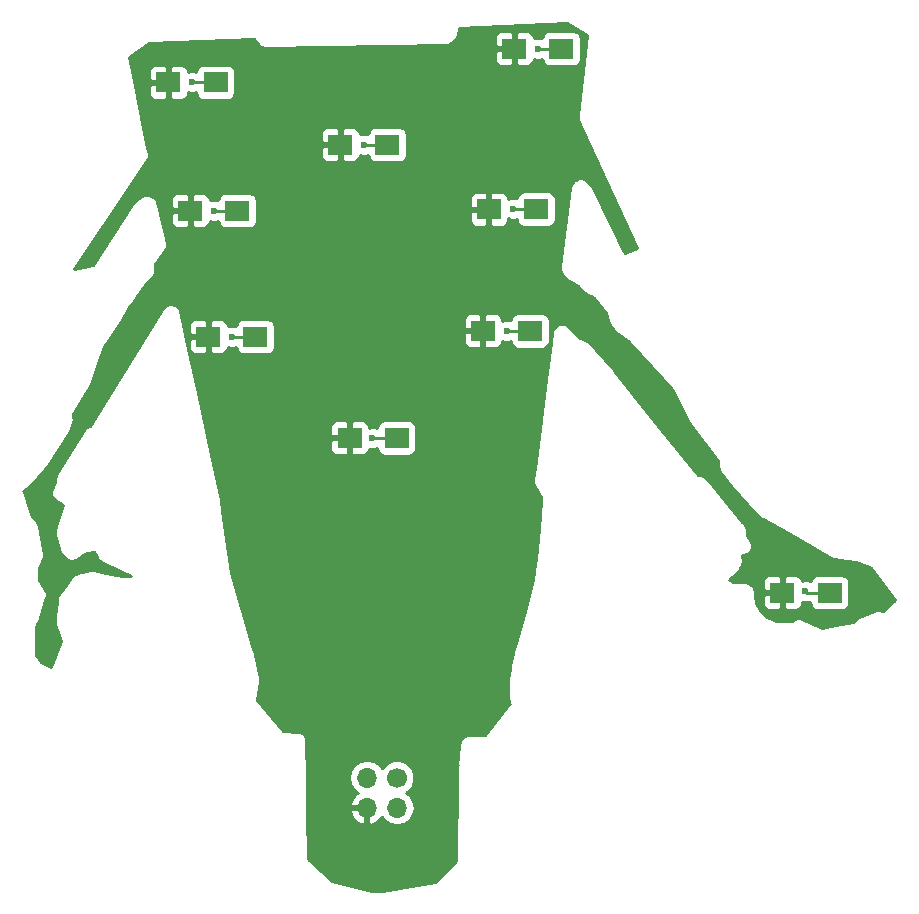
<source format=gtl>
G04 #@! TF.FileFunction,Copper,L1,Top,Signal*
%FSLAX46Y46*%
G04 Gerber Fmt 4.6, Leading zero omitted, Abs format (unit mm)*
G04 Created by KiCad (PCBNEW 4.0.6) date 06/26/18 20:30:44*
%MOMM*%
%LPD*%
G01*
G04 APERTURE LIST*
%ADD10C,0.100000*%
%ADD11C,1.700000*%
%ADD12O,1.700000X1.700000*%
%ADD13R,2.000000X1.700000*%
%ADD14C,0.600000*%
%ADD15C,0.250000*%
%ADD16C,0.254000*%
G04 APERTURE END LIST*
D10*
D11*
X94742000Y-136398000D03*
D12*
X94742000Y-138938000D03*
X92202000Y-136398000D03*
X92202000Y-138938000D03*
D13*
X102020620Y-98572320D03*
X106020620Y-98572320D03*
X90735400Y-107640120D03*
X94735400Y-107640120D03*
X127387600Y-120738900D03*
X131387600Y-120738900D03*
X102531160Y-88270080D03*
X106531160Y-88270080D03*
X104680000Y-74676000D03*
X108680000Y-74676000D03*
X89948000Y-82804000D03*
X93948000Y-82804000D03*
X75393800Y-77541120D03*
X79393800Y-77541120D03*
X77248000Y-88392000D03*
X81248000Y-88392000D03*
X78772000Y-99060000D03*
X82772000Y-99060000D03*
D14*
X92095320Y-130865880D03*
X88625680Y-137464800D03*
X80772000Y-99060000D03*
X79248000Y-88392000D03*
X77403960Y-77518260D03*
X91948000Y-82804000D03*
X106680000Y-74676000D03*
X104612440Y-88231980D03*
X129334260Y-120616980D03*
X92659200Y-107670600D03*
X104066340Y-98549460D03*
D15*
X92095320Y-133995160D02*
X92095320Y-130865880D01*
X88625680Y-137464800D02*
X92095320Y-133995160D01*
X127508000Y-120872000D02*
X127540000Y-120904000D01*
X89948000Y-82804000D02*
X89948000Y-83090000D01*
X82772000Y-99060000D02*
X80772000Y-99060000D01*
X79248000Y-88392000D02*
X81248000Y-88392000D01*
X77426820Y-77541120D02*
X79393800Y-77541120D01*
X77403960Y-77518260D02*
X77426820Y-77541120D01*
X91948000Y-82804000D02*
X93948000Y-82804000D01*
X106680000Y-74676000D02*
X108680000Y-74676000D01*
X104650540Y-88270080D02*
X106531160Y-88270080D01*
X104612440Y-88231980D02*
X104650540Y-88270080D01*
X129456180Y-120738900D02*
X131387600Y-120738900D01*
X129334260Y-120616980D02*
X129456180Y-120738900D01*
X92689680Y-107640120D02*
X94735400Y-107640120D01*
X92659200Y-107670600D02*
X92689680Y-107640120D01*
X106020620Y-98572320D02*
X104089200Y-98572320D01*
X104089200Y-98572320D02*
X104066340Y-98549460D01*
D16*
G36*
X110872551Y-73519363D02*
X110039294Y-80304457D01*
X110043425Y-80360062D01*
X110034409Y-80415085D01*
X110053592Y-80496912D01*
X110059819Y-80580724D01*
X110084913Y-80630513D01*
X110097640Y-80684800D01*
X115043481Y-91565650D01*
X114051084Y-91947341D01*
X113931962Y-91899692D01*
X111257515Y-86307667D01*
X111185672Y-86211667D01*
X111119046Y-86111954D01*
X110865046Y-85857954D01*
X110634705Y-85704046D01*
X110363000Y-85650000D01*
X110236000Y-85650000D01*
X110124397Y-85672199D01*
X110011478Y-85686434D01*
X109989312Y-85699070D01*
X109964295Y-85704046D01*
X109869677Y-85767267D01*
X109770807Y-85823628D01*
X109755167Y-85843780D01*
X109733954Y-85857954D01*
X109670729Y-85952578D01*
X109600957Y-86042478D01*
X109473957Y-86296478D01*
X109443155Y-86408956D01*
X109405347Y-86519277D01*
X108516347Y-93123277D01*
X108523619Y-93239410D01*
X108523498Y-93355786D01*
X108532231Y-93376933D01*
X108533661Y-93399764D01*
X108584823Y-93504276D01*
X108629244Y-93611837D01*
X108883244Y-93992837D01*
X108891274Y-94000883D01*
X108895940Y-94011245D01*
X108988833Y-94098646D01*
X109078928Y-94188930D01*
X109089423Y-94193290D01*
X109097701Y-94201079D01*
X110045130Y-94793222D01*
X110622954Y-95371046D01*
X110644167Y-95385220D01*
X110659807Y-95405372D01*
X110758673Y-95461730D01*
X110853295Y-95524954D01*
X110878314Y-95529931D01*
X110900478Y-95542565D01*
X111191275Y-95639497D01*
X111407485Y-95783637D01*
X112488311Y-97080629D01*
X112583660Y-97652723D01*
X112587509Y-97662903D01*
X112587498Y-97673786D01*
X112636368Y-97792119D01*
X112681639Y-97911846D01*
X112689089Y-97919776D01*
X112693244Y-97929837D01*
X112947244Y-98310837D01*
X112996899Y-98360596D01*
X113035954Y-98419046D01*
X113416954Y-98800046D01*
X113465964Y-98832793D01*
X113506321Y-98875751D01*
X114333636Y-99466690D01*
X118030950Y-103533737D01*
X119512525Y-106373422D01*
X119551594Y-106422009D01*
X119579237Y-106477895D01*
X121972000Y-109588487D01*
X121972000Y-110109000D01*
X121990565Y-110202334D01*
X121997411Y-110297246D01*
X122017361Y-110337042D01*
X122026046Y-110380705D01*
X122078914Y-110459828D01*
X122121560Y-110544898D01*
X123010560Y-111687898D01*
X123028403Y-111703341D01*
X123040339Y-111723698D01*
X125072339Y-114009698D01*
X125129308Y-114052809D01*
X125177000Y-114106000D01*
X125685000Y-114487000D01*
X125728989Y-114508095D01*
X125766194Y-114539652D01*
X128043560Y-115804856D01*
X131464040Y-117831807D01*
X131470142Y-117833956D01*
X131475032Y-117838188D01*
X131600576Y-117879890D01*
X131725338Y-117923827D01*
X131731795Y-117923477D01*
X131737935Y-117925517D01*
X132747744Y-118051743D01*
X133594333Y-118172684D01*
X134020056Y-118279115D01*
X134582888Y-118504248D01*
X134916699Y-118671153D01*
X136951734Y-121348831D01*
X135897655Y-122315071D01*
X135521242Y-122239788D01*
X135455235Y-122239719D01*
X135390657Y-122226053D01*
X135318060Y-122239575D01*
X135244214Y-122239498D01*
X135183205Y-122264694D01*
X135118313Y-122276781D01*
X133848313Y-122784782D01*
X133844618Y-122787186D01*
X133840295Y-122788046D01*
X133728619Y-122862665D01*
X133616113Y-122935871D01*
X133613621Y-122939504D01*
X133609954Y-122941954D01*
X133535354Y-123053601D01*
X133459407Y-123164317D01*
X133458494Y-123168631D01*
X133456046Y-123172295D01*
X133454174Y-123181705D01*
X131813758Y-123509788D01*
X130772169Y-123718106D01*
X129078249Y-122927610D01*
X128995004Y-122907214D01*
X128915786Y-122874498D01*
X128861705Y-122874554D01*
X128809179Y-122861685D01*
X128724467Y-122874698D01*
X128638757Y-122874787D01*
X128588815Y-122895535D01*
X128535362Y-122903746D01*
X128462074Y-122948189D01*
X128382928Y-122981070D01*
X128344728Y-123019350D01*
X128298486Y-123047392D01*
X128247787Y-123116493D01*
X128210641Y-123153717D01*
X128176087Y-123146844D01*
X128066331Y-123116787D01*
X128041023Y-123119977D01*
X128016000Y-123115000D01*
X126874748Y-123115000D01*
X126092034Y-122821482D01*
X125536625Y-122358641D01*
X125151673Y-121588738D01*
X125088997Y-121024650D01*
X125752600Y-121024650D01*
X125752600Y-121715210D01*
X125849273Y-121948599D01*
X126027902Y-122127227D01*
X126261291Y-122223900D01*
X127101850Y-122223900D01*
X127260600Y-122065150D01*
X127260600Y-120865900D01*
X125911350Y-120865900D01*
X125752600Y-121024650D01*
X125088997Y-121024650D01*
X125038657Y-120571594D01*
X125015961Y-120500004D01*
X125006566Y-120425478D01*
X124974501Y-120369227D01*
X124954937Y-120307519D01*
X124906569Y-120250060D01*
X124869372Y-120184807D01*
X124818228Y-120145114D01*
X124776534Y-120095583D01*
X124709856Y-120061006D01*
X124650522Y-120014957D01*
X124396522Y-119887957D01*
X124371916Y-119881219D01*
X124350705Y-119867046D01*
X124239087Y-119844844D01*
X124129331Y-119814787D01*
X124104023Y-119817977D01*
X124079000Y-119813000D01*
X123230608Y-119813000D01*
X123129788Y-119762590D01*
X125752600Y-119762590D01*
X125752600Y-120453150D01*
X125911350Y-120611900D01*
X127260600Y-120611900D01*
X127260600Y-119412650D01*
X127514600Y-119412650D01*
X127514600Y-120611900D01*
X127534600Y-120611900D01*
X127534600Y-120865900D01*
X127514600Y-120865900D01*
X127514600Y-122065150D01*
X127673350Y-122223900D01*
X128513909Y-122223900D01*
X128747298Y-122127227D01*
X128925927Y-121948599D01*
X129022600Y-121715210D01*
X129022600Y-121499971D01*
X129147461Y-121551818D01*
X129519427Y-121552142D01*
X129648283Y-121498900D01*
X129740160Y-121498900D01*
X129740160Y-121588900D01*
X129784438Y-121824217D01*
X129923510Y-122040341D01*
X130135710Y-122185331D01*
X130387600Y-122236340D01*
X132387600Y-122236340D01*
X132622917Y-122192062D01*
X132839041Y-122052990D01*
X132984031Y-121840790D01*
X133035040Y-121588900D01*
X133035040Y-119888900D01*
X132990762Y-119653583D01*
X132851690Y-119437459D01*
X132639490Y-119292469D01*
X132387600Y-119241460D01*
X130387600Y-119241460D01*
X130152283Y-119285738D01*
X129936159Y-119424810D01*
X129791169Y-119637010D01*
X129761787Y-119782102D01*
X129521059Y-119682142D01*
X129149093Y-119681818D01*
X129012518Y-119738250D01*
X128925927Y-119529201D01*
X128747298Y-119350573D01*
X128513909Y-119253900D01*
X127673350Y-119253900D01*
X127514600Y-119412650D01*
X127260600Y-119412650D01*
X127101850Y-119253900D01*
X126261291Y-119253900D01*
X126027902Y-119350573D01*
X125849273Y-119529201D01*
X125752600Y-119762590D01*
X123129788Y-119762590D01*
X123126520Y-119760956D01*
X122868575Y-119631984D01*
X123125534Y-119426417D01*
X123151073Y-119396078D01*
X123184046Y-119374046D01*
X123692046Y-118866046D01*
X123755271Y-118771422D01*
X123825043Y-118681522D01*
X123952043Y-118427521D01*
X123958781Y-118402917D01*
X123972954Y-118381705D01*
X123995157Y-118270086D01*
X124025213Y-118160331D01*
X124022023Y-118135022D01*
X124027000Y-118110000D01*
X124027000Y-117856000D01*
X124004798Y-117744383D01*
X123990565Y-117631478D01*
X123963406Y-117550000D01*
X124079000Y-117550000D01*
X124350705Y-117495954D01*
X124581046Y-117342046D01*
X124734954Y-117111705D01*
X124789000Y-116840000D01*
X124789000Y-116713000D01*
X124775429Y-116644777D01*
X124775502Y-116575214D01*
X124748668Y-116510238D01*
X124734954Y-116441295D01*
X124696310Y-116383459D01*
X124669756Y-116319163D01*
X124468497Y-116017275D01*
X124408000Y-115835783D01*
X124408000Y-115570000D01*
X124394429Y-115501777D01*
X124394502Y-115432214D01*
X124367668Y-115367238D01*
X124353954Y-115298295D01*
X124315310Y-115240459D01*
X124288756Y-115176163D01*
X124034756Y-114795163D01*
X124010499Y-114770855D01*
X123994417Y-114740512D01*
X121200417Y-111311512D01*
X121172307Y-111288277D01*
X121152046Y-111257954D01*
X120898046Y-111003954D01*
X120667705Y-110850046D01*
X120396000Y-110796000D01*
X120204670Y-110796000D01*
X116888009Y-106619464D01*
X116886086Y-106617833D01*
X116884916Y-106615596D01*
X113201915Y-102043596D01*
X113186806Y-102030964D01*
X113176739Y-102014035D01*
X110890739Y-99474035D01*
X110833601Y-99431348D01*
X110785684Y-99378529D01*
X110723715Y-99349255D01*
X110668806Y-99308233D01*
X110599684Y-99290662D01*
X110535200Y-99260199D01*
X110217988Y-99180896D01*
X109214046Y-98176954D01*
X108983705Y-98023046D01*
X108712000Y-97969000D01*
X108440295Y-98023046D01*
X108209954Y-98176954D01*
X108082954Y-98303954D01*
X108033494Y-98377976D01*
X107974064Y-98444259D01*
X107957230Y-98492114D01*
X107929046Y-98534295D01*
X107911678Y-98621608D01*
X107882136Y-98705590D01*
X107755136Y-99594591D01*
X107755481Y-99600921D01*
X107753483Y-99606936D01*
X107372618Y-102653855D01*
X106485409Y-109624782D01*
X106233660Y-111135277D01*
X106237631Y-111262488D01*
X106237498Y-111389786D01*
X106241940Y-111400542D01*
X106242303Y-111412170D01*
X106294653Y-111528179D01*
X106343244Y-111645837D01*
X106986000Y-112609971D01*
X106986000Y-112990680D01*
X106736343Y-115237594D01*
X106736683Y-115241553D01*
X106735524Y-115245353D01*
X106481911Y-117781482D01*
X106357481Y-118901349D01*
X106235539Y-119633003D01*
X106114963Y-120235884D01*
X105487272Y-122621109D01*
X104981318Y-124391948D01*
X104980961Y-124396289D01*
X104979018Y-124400186D01*
X104598018Y-125797187D01*
X104596821Y-125814289D01*
X104589907Y-125829980D01*
X104335907Y-126972979D01*
X104335477Y-126992249D01*
X104328660Y-127010277D01*
X104201660Y-127772277D01*
X104203499Y-127831191D01*
X104192000Y-127889000D01*
X104192000Y-129794000D01*
X104196977Y-129819023D01*
X104193787Y-129844331D01*
X104223844Y-129954087D01*
X104246046Y-130065705D01*
X104260219Y-130086916D01*
X104266957Y-130111522D01*
X104287835Y-130153278D01*
X104269753Y-130207524D01*
X102175636Y-132767000D01*
X100838000Y-132767000D01*
X100726397Y-132789199D01*
X100613478Y-132803434D01*
X100591312Y-132816070D01*
X100566295Y-132821046D01*
X100471677Y-132884267D01*
X100372807Y-132940628D01*
X100357167Y-132960780D01*
X100335954Y-132974954D01*
X100272729Y-133069578D01*
X100202957Y-133159478D01*
X100075957Y-133413478D01*
X100039921Y-133545068D01*
X100003091Y-133676546D01*
X99876091Y-135327545D01*
X99879383Y-135354940D01*
X99874000Y-135382000D01*
X99874000Y-136264759D01*
X99747604Y-143469304D01*
X97955297Y-145261611D01*
X94510580Y-145855528D01*
X93554799Y-145975000D01*
X92667475Y-145975000D01*
X89240275Y-145147745D01*
X87193139Y-143316098D01*
X87144101Y-139294890D01*
X90760524Y-139294890D01*
X90930355Y-139704924D01*
X91320642Y-140133183D01*
X91845108Y-140379486D01*
X92075000Y-140258819D01*
X92075000Y-139065000D01*
X90881845Y-139065000D01*
X90760524Y-139294890D01*
X87144101Y-139294890D01*
X87108773Y-136398000D01*
X90687907Y-136398000D01*
X90800946Y-136966285D01*
X91122853Y-137448054D01*
X91463553Y-137675702D01*
X91320642Y-137742817D01*
X90930355Y-138171076D01*
X90760524Y-138581110D01*
X90881845Y-138811000D01*
X92075000Y-138811000D01*
X92075000Y-138791000D01*
X92329000Y-138791000D01*
X92329000Y-138811000D01*
X92349000Y-138811000D01*
X92349000Y-139065000D01*
X92329000Y-139065000D01*
X92329000Y-140258819D01*
X92558892Y-140379486D01*
X93083358Y-140133183D01*
X93473645Y-139704924D01*
X93473655Y-139704899D01*
X93662853Y-139988054D01*
X94144622Y-140309961D01*
X94712907Y-140423000D01*
X94771093Y-140423000D01*
X95339378Y-140309961D01*
X95821147Y-139988054D01*
X96143054Y-139506285D01*
X96256093Y-138938000D01*
X96143054Y-138369715D01*
X95821147Y-137887946D01*
X95516840Y-137684615D01*
X95582086Y-137657656D01*
X96000188Y-137240283D01*
X96226742Y-136694681D01*
X96227257Y-136103911D01*
X96001656Y-135557914D01*
X95584283Y-135139812D01*
X95038681Y-134913258D01*
X94447911Y-134912743D01*
X93901914Y-135138344D01*
X93483812Y-135555717D01*
X93459345Y-135614639D01*
X93281147Y-135347946D01*
X92799378Y-135026039D01*
X92231093Y-134913000D01*
X92172907Y-134913000D01*
X91604622Y-135026039D01*
X91122853Y-135347946D01*
X90800946Y-135829715D01*
X90687907Y-136398000D01*
X87108773Y-136398000D01*
X87069947Y-133214342D01*
X87047685Y-133109146D01*
X87034860Y-133002405D01*
X87019205Y-132974567D01*
X87012592Y-132943316D01*
X86951769Y-132854648D01*
X86899072Y-132760938D01*
X86873956Y-132741210D01*
X86855887Y-132714869D01*
X86765763Y-132656228D01*
X86681214Y-132589817D01*
X86650457Y-132581201D01*
X86623686Y-132563782D01*
X86517993Y-132544095D01*
X86414454Y-132515091D01*
X85062455Y-132411091D01*
X82913963Y-129832901D01*
X83126772Y-128236836D01*
X83119110Y-128116902D01*
X83117770Y-127996733D01*
X82609770Y-125583733D01*
X82598678Y-125557776D01*
X82596149Y-125529662D01*
X80705614Y-119101838D01*
X79950864Y-113818591D01*
X79823864Y-112929591D01*
X79815949Y-112907090D01*
X79815666Y-112883240D01*
X78768335Y-107925870D01*
X89100400Y-107925870D01*
X89100400Y-108616430D01*
X89197073Y-108849819D01*
X89375702Y-109028447D01*
X89609091Y-109125120D01*
X90449650Y-109125120D01*
X90608400Y-108966370D01*
X90608400Y-107767120D01*
X89259150Y-107767120D01*
X89100400Y-107925870D01*
X78768335Y-107925870D01*
X78501703Y-106663810D01*
X89100400Y-106663810D01*
X89100400Y-107354370D01*
X89259150Y-107513120D01*
X90608400Y-107513120D01*
X90608400Y-106313870D01*
X90862400Y-106313870D01*
X90862400Y-107513120D01*
X90882400Y-107513120D01*
X90882400Y-107767120D01*
X90862400Y-107767120D01*
X90862400Y-108966370D01*
X91021150Y-109125120D01*
X91861709Y-109125120D01*
X92095098Y-109028447D01*
X92273727Y-108849819D01*
X92370400Y-108616430D01*
X92370400Y-108563083D01*
X92472401Y-108605438D01*
X92844367Y-108605762D01*
X93090577Y-108504030D01*
X93132238Y-108725437D01*
X93271310Y-108941561D01*
X93483510Y-109086551D01*
X93735400Y-109137560D01*
X95735400Y-109137560D01*
X95970717Y-109093282D01*
X96186841Y-108954210D01*
X96331831Y-108742010D01*
X96382840Y-108490120D01*
X96382840Y-106790120D01*
X96338562Y-106554803D01*
X96199490Y-106338679D01*
X95987290Y-106193689D01*
X95735400Y-106142680D01*
X93735400Y-106142680D01*
X93500083Y-106186958D01*
X93283959Y-106326030D01*
X93138969Y-106538230D01*
X93087960Y-106790120D01*
X93087960Y-106836233D01*
X92845999Y-106735762D01*
X92474033Y-106735438D01*
X92370400Y-106778258D01*
X92370400Y-106663810D01*
X92273727Y-106430421D01*
X92095098Y-106251793D01*
X91861709Y-106155120D01*
X91021150Y-106155120D01*
X90862400Y-106313870D01*
X90608400Y-106313870D01*
X90449650Y-106155120D01*
X89609091Y-106155120D01*
X89375702Y-106251793D01*
X89197073Y-106430421D01*
X89100400Y-106663810D01*
X78501703Y-106663810D01*
X77910666Y-103866240D01*
X77909725Y-103864043D01*
X77909681Y-103861652D01*
X76924394Y-99345750D01*
X77137000Y-99345750D01*
X77137000Y-100036310D01*
X77233673Y-100269699D01*
X77412302Y-100448327D01*
X77645691Y-100545000D01*
X78486250Y-100545000D01*
X78645000Y-100386250D01*
X78645000Y-99187000D01*
X77295750Y-99187000D01*
X77137000Y-99345750D01*
X76924394Y-99345750D01*
X76649036Y-98083690D01*
X77137000Y-98083690D01*
X77137000Y-98774250D01*
X77295750Y-98933000D01*
X78645000Y-98933000D01*
X78645000Y-97733750D01*
X78899000Y-97733750D01*
X78899000Y-98933000D01*
X78919000Y-98933000D01*
X78919000Y-99187000D01*
X78899000Y-99187000D01*
X78899000Y-100386250D01*
X79057750Y-100545000D01*
X79898309Y-100545000D01*
X80131698Y-100448327D01*
X80310327Y-100269699D01*
X80407000Y-100036310D01*
X80407000Y-99920842D01*
X80585201Y-99994838D01*
X80957167Y-99995162D01*
X81127353Y-99924843D01*
X81168838Y-100145317D01*
X81307910Y-100361441D01*
X81520110Y-100506431D01*
X81772000Y-100557440D01*
X83772000Y-100557440D01*
X84007317Y-100513162D01*
X84223441Y-100374090D01*
X84368431Y-100161890D01*
X84419440Y-99910000D01*
X84419440Y-98858070D01*
X100385620Y-98858070D01*
X100385620Y-99548630D01*
X100482293Y-99782019D01*
X100660922Y-99960647D01*
X100894311Y-100057320D01*
X101734870Y-100057320D01*
X101893620Y-99898570D01*
X101893620Y-98699320D01*
X100544370Y-98699320D01*
X100385620Y-98858070D01*
X84419440Y-98858070D01*
X84419440Y-98210000D01*
X84375162Y-97974683D01*
X84236090Y-97758559D01*
X84023890Y-97613569D01*
X83937182Y-97596010D01*
X100385620Y-97596010D01*
X100385620Y-98286570D01*
X100544370Y-98445320D01*
X101893620Y-98445320D01*
X101893620Y-97246070D01*
X102147620Y-97246070D01*
X102147620Y-98445320D01*
X102167620Y-98445320D01*
X102167620Y-98699320D01*
X102147620Y-98699320D01*
X102147620Y-99898570D01*
X102306370Y-100057320D01*
X103146929Y-100057320D01*
X103380318Y-99960647D01*
X103558947Y-99782019D01*
X103655620Y-99548630D01*
X103655620Y-99391317D01*
X103879541Y-99484298D01*
X104251507Y-99484622D01*
X104375280Y-99433480D01*
X104417458Y-99657637D01*
X104556530Y-99873761D01*
X104768730Y-100018751D01*
X105020620Y-100069760D01*
X107020620Y-100069760D01*
X107255937Y-100025482D01*
X107472061Y-99886410D01*
X107617051Y-99674210D01*
X107668060Y-99422320D01*
X107668060Y-97722320D01*
X107623782Y-97487003D01*
X107484710Y-97270879D01*
X107272510Y-97125889D01*
X107020620Y-97074880D01*
X105020620Y-97074880D01*
X104785303Y-97119158D01*
X104569179Y-97258230D01*
X104424189Y-97470430D01*
X104383987Y-97668955D01*
X104253139Y-97614622D01*
X103881173Y-97614298D01*
X103655620Y-97707494D01*
X103655620Y-97596010D01*
X103558947Y-97362621D01*
X103380318Y-97183993D01*
X103146929Y-97087320D01*
X102306370Y-97087320D01*
X102147620Y-97246070D01*
X101893620Y-97246070D01*
X101734870Y-97087320D01*
X100894311Y-97087320D01*
X100660922Y-97183993D01*
X100482293Y-97362621D01*
X100385620Y-97596010D01*
X83937182Y-97596010D01*
X83772000Y-97562560D01*
X81772000Y-97562560D01*
X81536683Y-97606838D01*
X81320559Y-97745910D01*
X81175569Y-97958110D01*
X81127550Y-98195234D01*
X80958799Y-98125162D01*
X80586833Y-98124838D01*
X80407000Y-98199143D01*
X80407000Y-98083690D01*
X80310327Y-97850301D01*
X80131698Y-97671673D01*
X79898309Y-97575000D01*
X79057750Y-97575000D01*
X78899000Y-97733750D01*
X78645000Y-97733750D01*
X78486250Y-97575000D01*
X77645691Y-97575000D01*
X77412302Y-97671673D01*
X77233673Y-97850301D01*
X77137000Y-98083690D01*
X76649036Y-98083690D01*
X76385681Y-96876651D01*
X76360329Y-96818506D01*
X76347954Y-96756295D01*
X76305501Y-96692759D01*
X76274959Y-96622712D01*
X76229287Y-96578696D01*
X76194046Y-96525954D01*
X76130510Y-96483501D01*
X76075487Y-96430473D01*
X76016443Y-96407284D01*
X75963705Y-96372046D01*
X75888759Y-96357138D01*
X75817632Y-96329204D01*
X75754213Y-96330375D01*
X75692000Y-96318000D01*
X75565000Y-96318000D01*
X75485931Y-96333728D01*
X75405350Y-96336182D01*
X75351363Y-96360495D01*
X75293295Y-96372046D01*
X75226263Y-96416835D01*
X75152755Y-96449940D01*
X75112185Y-96493059D01*
X75062954Y-96525954D01*
X75018165Y-96592987D01*
X74962921Y-96651701D01*
X68748248Y-106595178D01*
X68609478Y-106641435D01*
X68516943Y-106694184D01*
X68419962Y-106738223D01*
X68397447Y-106762302D01*
X68368807Y-106778628D01*
X68303500Y-106862775D01*
X68230755Y-106940573D01*
X65944755Y-110623572D01*
X65924329Y-110677979D01*
X65892046Y-110726295D01*
X65876106Y-110806431D01*
X65847388Y-110882926D01*
X65849337Y-110941004D01*
X65838000Y-110998000D01*
X65838000Y-111338392D01*
X65531957Y-111950478D01*
X65506824Y-112042255D01*
X65470498Y-112130214D01*
X65470544Y-112174735D01*
X65458787Y-112217669D01*
X65470688Y-112312074D01*
X65470787Y-112407243D01*
X65487868Y-112448357D01*
X65493435Y-112492522D01*
X65540561Y-112575193D01*
X65577070Y-112663072D01*
X65608581Y-112694518D01*
X65630628Y-112733193D01*
X65705803Y-112791536D01*
X65773163Y-112858756D01*
X66489347Y-113336212D01*
X66134747Y-114311362D01*
X66133266Y-114321003D01*
X66128435Y-114329478D01*
X65874435Y-115091478D01*
X65860202Y-115204383D01*
X65838000Y-115316000D01*
X65838000Y-115951000D01*
X65857243Y-116047742D01*
X65865318Y-116146052D01*
X66119318Y-117035052D01*
X66178246Y-117149736D01*
X66234000Y-117266000D01*
X66615000Y-117774000D01*
X66691382Y-117842486D01*
X66760315Y-117918471D01*
X66793740Y-117934261D01*
X66821260Y-117958936D01*
X66918034Y-117992978D01*
X67010800Y-118036801D01*
X67047721Y-118038598D01*
X67082591Y-118050864D01*
X67185030Y-118045280D01*
X67287500Y-118050267D01*
X67322299Y-118037798D01*
X67359208Y-118035786D01*
X67451710Y-117991427D01*
X67548292Y-117956820D01*
X68159912Y-117589848D01*
X68540467Y-117399570D01*
X69095851Y-117320230D01*
X69164036Y-117354322D01*
X69317782Y-117738687D01*
X69388587Y-117847503D01*
X69456696Y-117958098D01*
X69463974Y-117963361D01*
X69468871Y-117970887D01*
X69575943Y-118044335D01*
X69681175Y-118120436D01*
X72265678Y-119305000D01*
X71438022Y-119305000D01*
X70126753Y-119066587D01*
X69133200Y-118818199D01*
X69107719Y-118816959D01*
X69083938Y-118807725D01*
X68970163Y-118810265D01*
X68856500Y-118804733D01*
X68832486Y-118813338D01*
X68806979Y-118813907D01*
X67663979Y-119067907D01*
X67544009Y-119120768D01*
X67422928Y-119171070D01*
X67417501Y-119176509D01*
X67410469Y-119179607D01*
X67319850Y-119274364D01*
X67227244Y-119367163D01*
X66740281Y-120097607D01*
X66129563Y-120830469D01*
X66096971Y-120890358D01*
X66053063Y-120942519D01*
X66031403Y-121010841D01*
X65997141Y-121073798D01*
X65989948Y-121141600D01*
X65969343Y-121206594D01*
X65842343Y-122349594D01*
X65845737Y-122389104D01*
X65838000Y-122428000D01*
X65838000Y-123444000D01*
X65862038Y-123564848D01*
X65880747Y-123686638D01*
X66297174Y-124831811D01*
X65437517Y-127028712D01*
X64618038Y-126581723D01*
X64210000Y-126010470D01*
X64210000Y-123611608D01*
X64389043Y-123253522D01*
X64404202Y-123198166D01*
X64431681Y-123147775D01*
X65066681Y-121115775D01*
X65069589Y-121088586D01*
X65080818Y-121063651D01*
X65084228Y-120951693D01*
X65096138Y-120840318D01*
X65088419Y-120814083D01*
X65089251Y-120786751D01*
X65049561Y-120682019D01*
X65017941Y-120574555D01*
X65000769Y-120553271D01*
X64991079Y-120527701D01*
X64464000Y-119684375D01*
X64464000Y-118636733D01*
X64787593Y-117881683D01*
X64800686Y-117819811D01*
X64826697Y-117762170D01*
X64829087Y-117685604D01*
X64844947Y-117610657D01*
X64833367Y-117548487D01*
X64835340Y-117485277D01*
X64454340Y-115199277D01*
X64450491Y-115189097D01*
X64450502Y-115178214D01*
X64401632Y-115059881D01*
X64356361Y-114940154D01*
X64348911Y-114932224D01*
X64344756Y-114922163D01*
X64090756Y-114541163D01*
X64041101Y-114491404D01*
X64002046Y-114432954D01*
X63871574Y-114302482D01*
X63288681Y-112437225D01*
X63240318Y-112348536D01*
X63201756Y-112255163D01*
X63121093Y-112134169D01*
X63689534Y-111679417D01*
X63725923Y-111636188D01*
X63771357Y-111602598D01*
X65041358Y-110205597D01*
X65070783Y-110156670D01*
X65110704Y-110115850D01*
X67015704Y-107194850D01*
X67049551Y-107110488D01*
X67094565Y-107031522D01*
X67348565Y-106269521D01*
X67359700Y-106181194D01*
X67383213Y-106095331D01*
X67376868Y-106045000D01*
X67383213Y-105994668D01*
X67359699Y-105908804D01*
X67348565Y-105820478D01*
X67296406Y-105664000D01*
X67321314Y-105589274D01*
X68799297Y-103249135D01*
X68830077Y-103169056D01*
X68872565Y-103094522D01*
X69962563Y-99824530D01*
X70225046Y-99562046D01*
X70267352Y-99498730D01*
X70320237Y-99443938D01*
X71463237Y-97665938D01*
X71471702Y-97644431D01*
X71486652Y-97626806D01*
X72098101Y-96526198D01*
X72450000Y-96057000D01*
X72458640Y-96038982D01*
X72472756Y-96024837D01*
X72715826Y-95660232D01*
X73435724Y-94700368D01*
X74035046Y-94101046D01*
X74188954Y-93870705D01*
X74243001Y-93599000D01*
X74243000Y-93598995D01*
X74243000Y-93079217D01*
X74300897Y-92905527D01*
X75130655Y-91720158D01*
X75136373Y-91707158D01*
X75146237Y-91696938D01*
X75191949Y-91580804D01*
X75242191Y-91466575D01*
X75242499Y-91452376D01*
X75247701Y-91439160D01*
X75245491Y-91314393D01*
X75248197Y-91189612D01*
X75243046Y-91176373D01*
X75242795Y-91162175D01*
X74702703Y-88677750D01*
X75613000Y-88677750D01*
X75613000Y-89368310D01*
X75709673Y-89601699D01*
X75888302Y-89780327D01*
X76121691Y-89877000D01*
X76962250Y-89877000D01*
X77121000Y-89718250D01*
X77121000Y-88519000D01*
X75771750Y-88519000D01*
X75613000Y-88677750D01*
X74702703Y-88677750D01*
X74607795Y-88241175D01*
X74603343Y-88230944D01*
X74602801Y-88219799D01*
X74475801Y-87711800D01*
X74464017Y-87686856D01*
X74460566Y-87659478D01*
X74405210Y-87562370D01*
X74357471Y-87461315D01*
X74337036Y-87442776D01*
X74323372Y-87418807D01*
X74319356Y-87415690D01*
X75613000Y-87415690D01*
X75613000Y-88106250D01*
X75771750Y-88265000D01*
X77121000Y-88265000D01*
X77121000Y-87065750D01*
X77375000Y-87065750D01*
X77375000Y-88265000D01*
X77395000Y-88265000D01*
X77395000Y-88519000D01*
X77375000Y-88519000D01*
X77375000Y-89718250D01*
X77533750Y-89877000D01*
X78374309Y-89877000D01*
X78607698Y-89780327D01*
X78786327Y-89601699D01*
X78883000Y-89368310D01*
X78883000Y-89252842D01*
X79061201Y-89326838D01*
X79433167Y-89327162D01*
X79603353Y-89256843D01*
X79644838Y-89477317D01*
X79783910Y-89693441D01*
X79996110Y-89838431D01*
X80248000Y-89889440D01*
X82248000Y-89889440D01*
X82483317Y-89845162D01*
X82699441Y-89706090D01*
X82844431Y-89493890D01*
X82895440Y-89242000D01*
X82895440Y-88555830D01*
X100896160Y-88555830D01*
X100896160Y-89246390D01*
X100992833Y-89479779D01*
X101171462Y-89658407D01*
X101404851Y-89755080D01*
X102245410Y-89755080D01*
X102404160Y-89596330D01*
X102404160Y-88397080D01*
X101054910Y-88397080D01*
X100896160Y-88555830D01*
X82895440Y-88555830D01*
X82895440Y-87542000D01*
X82851162Y-87306683D01*
X82842853Y-87293770D01*
X100896160Y-87293770D01*
X100896160Y-87984330D01*
X101054910Y-88143080D01*
X102404160Y-88143080D01*
X102404160Y-86943830D01*
X102658160Y-86943830D01*
X102658160Y-88143080D01*
X102678160Y-88143080D01*
X102678160Y-88397080D01*
X102658160Y-88397080D01*
X102658160Y-89596330D01*
X102816910Y-89755080D01*
X103657469Y-89755080D01*
X103890858Y-89658407D01*
X104069487Y-89479779D01*
X104166160Y-89246390D01*
X104166160Y-89059072D01*
X104425641Y-89166818D01*
X104797607Y-89167142D01*
X104885724Y-89130733D01*
X104927998Y-89355397D01*
X105067070Y-89571521D01*
X105279270Y-89716511D01*
X105531160Y-89767520D01*
X107531160Y-89767520D01*
X107766477Y-89723242D01*
X107982601Y-89584170D01*
X108127591Y-89371970D01*
X108178600Y-89120080D01*
X108178600Y-87420080D01*
X108134322Y-87184763D01*
X107995250Y-86968639D01*
X107783050Y-86823649D01*
X107531160Y-86772640D01*
X105531160Y-86772640D01*
X105295843Y-86816918D01*
X105079719Y-86955990D01*
X104934729Y-87168190D01*
X104900132Y-87339037D01*
X104799239Y-87297142D01*
X104427273Y-87296818D01*
X104166160Y-87404707D01*
X104166160Y-87293770D01*
X104069487Y-87060381D01*
X103890858Y-86881753D01*
X103657469Y-86785080D01*
X102816910Y-86785080D01*
X102658160Y-86943830D01*
X102404160Y-86943830D01*
X102245410Y-86785080D01*
X101404851Y-86785080D01*
X101171462Y-86881753D01*
X100992833Y-87060381D01*
X100896160Y-87293770D01*
X82842853Y-87293770D01*
X82712090Y-87090559D01*
X82499890Y-86945569D01*
X82248000Y-86894560D01*
X80248000Y-86894560D01*
X80012683Y-86938838D01*
X79796559Y-87077910D01*
X79651569Y-87290110D01*
X79603550Y-87527234D01*
X79434799Y-87457162D01*
X79062833Y-87456838D01*
X78883000Y-87531143D01*
X78883000Y-87415690D01*
X78786327Y-87182301D01*
X78607698Y-87003673D01*
X78374309Y-86907000D01*
X77533750Y-86907000D01*
X77375000Y-87065750D01*
X77121000Y-87065750D01*
X76962250Y-86907000D01*
X76121691Y-86907000D01*
X75888302Y-87003673D01*
X75709673Y-87182301D01*
X75613000Y-87415690D01*
X74319356Y-87415690D01*
X74235076Y-87350280D01*
X74152292Y-87275180D01*
X74126318Y-87265873D01*
X74104522Y-87248957D01*
X73850522Y-87121957D01*
X73801597Y-87108559D01*
X73757522Y-87083434D01*
X73669188Y-87072299D01*
X73583331Y-87048787D01*
X73533001Y-87055132D01*
X73482669Y-87048787D01*
X73396808Y-87072300D01*
X73308478Y-87083435D01*
X73264405Y-87108559D01*
X73215479Y-87121957D01*
X72961478Y-87248957D01*
X72871578Y-87318729D01*
X72776954Y-87381954D01*
X72522954Y-87635954D01*
X72481789Y-87697562D01*
X72430021Y-87750572D01*
X69029329Y-92973063D01*
X67442727Y-93346381D01*
X73615756Y-84086837D01*
X73616535Y-84084950D01*
X73617972Y-84083494D01*
X73669414Y-83956909D01*
X73721501Y-83830786D01*
X73721499Y-83828743D01*
X73722269Y-83826848D01*
X73721354Y-83690178D01*
X73721212Y-83553758D01*
X73720429Y-83551873D01*
X73720415Y-83549827D01*
X73625694Y-83089750D01*
X88313000Y-83089750D01*
X88313000Y-83780310D01*
X88409673Y-84013699D01*
X88588302Y-84192327D01*
X88821691Y-84289000D01*
X89662250Y-84289000D01*
X89821000Y-84130250D01*
X89821000Y-82931000D01*
X88471750Y-82931000D01*
X88313000Y-83089750D01*
X73625694Y-83089750D01*
X73365859Y-81827690D01*
X88313000Y-81827690D01*
X88313000Y-82518250D01*
X88471750Y-82677000D01*
X89821000Y-82677000D01*
X89821000Y-81477750D01*
X90075000Y-81477750D01*
X90075000Y-82677000D01*
X90095000Y-82677000D01*
X90095000Y-82931000D01*
X90075000Y-82931000D01*
X90075000Y-84130250D01*
X90233750Y-84289000D01*
X91074309Y-84289000D01*
X91307698Y-84192327D01*
X91486327Y-84013699D01*
X91583000Y-83780310D01*
X91583000Y-83664842D01*
X91761201Y-83738838D01*
X92133167Y-83739162D01*
X92303353Y-83668843D01*
X92344838Y-83889317D01*
X92483910Y-84105441D01*
X92696110Y-84250431D01*
X92948000Y-84301440D01*
X94948000Y-84301440D01*
X95183317Y-84257162D01*
X95399441Y-84118090D01*
X95544431Y-83905890D01*
X95595440Y-83654000D01*
X95595440Y-81954000D01*
X95551162Y-81718683D01*
X95412090Y-81502559D01*
X95199890Y-81357569D01*
X94948000Y-81306560D01*
X92948000Y-81306560D01*
X92712683Y-81350838D01*
X92496559Y-81489910D01*
X92351569Y-81702110D01*
X92303550Y-81939234D01*
X92134799Y-81869162D01*
X91762833Y-81868838D01*
X91583000Y-81943143D01*
X91583000Y-81827690D01*
X91486327Y-81594301D01*
X91307698Y-81415673D01*
X91074309Y-81319000D01*
X90233750Y-81319000D01*
X90075000Y-81477750D01*
X89821000Y-81477750D01*
X89662250Y-81319000D01*
X88821691Y-81319000D01*
X88588302Y-81415673D01*
X88409673Y-81594301D01*
X88313000Y-81827690D01*
X73365859Y-81827690D01*
X72542160Y-77826870D01*
X73758800Y-77826870D01*
X73758800Y-78517430D01*
X73855473Y-78750819D01*
X74034102Y-78929447D01*
X74267491Y-79026120D01*
X75108050Y-79026120D01*
X75266800Y-78867370D01*
X75266800Y-77668120D01*
X73917550Y-77668120D01*
X73758800Y-77826870D01*
X72542160Y-77826870D01*
X72282324Y-76564810D01*
X73758800Y-76564810D01*
X73758800Y-77255370D01*
X73917550Y-77414120D01*
X75266800Y-77414120D01*
X75266800Y-76214870D01*
X75520800Y-76214870D01*
X75520800Y-77414120D01*
X75540800Y-77414120D01*
X75540800Y-77668120D01*
X75520800Y-77668120D01*
X75520800Y-78867370D01*
X75679550Y-79026120D01*
X76520109Y-79026120D01*
X76753498Y-78929447D01*
X76932127Y-78750819D01*
X77028800Y-78517430D01*
X77028800Y-78374883D01*
X77217161Y-78453098D01*
X77589127Y-78453422D01*
X77746360Y-78388455D01*
X77746360Y-78391120D01*
X77790638Y-78626437D01*
X77929710Y-78842561D01*
X78141910Y-78987551D01*
X78393800Y-79038560D01*
X80393800Y-79038560D01*
X80629117Y-78994282D01*
X80845241Y-78855210D01*
X80990231Y-78643010D01*
X81041240Y-78391120D01*
X81041240Y-76691120D01*
X80996962Y-76455803D01*
X80857890Y-76239679D01*
X80645690Y-76094689D01*
X80393800Y-76043680D01*
X78393800Y-76043680D01*
X78158483Y-76087958D01*
X77942359Y-76227030D01*
X77797369Y-76439230D01*
X77754408Y-76651376D01*
X77590759Y-76583422D01*
X77218793Y-76583098D01*
X77028800Y-76661601D01*
X77028800Y-76564810D01*
X76932127Y-76331421D01*
X76753498Y-76152793D01*
X76520109Y-76056120D01*
X75679550Y-76056120D01*
X75520800Y-76214870D01*
X75266800Y-76214870D01*
X75108050Y-76056120D01*
X74267491Y-76056120D01*
X74034102Y-76152793D01*
X73855473Y-76331421D01*
X73758800Y-76564810D01*
X72282324Y-76564810D01*
X72038884Y-75382391D01*
X72669845Y-74961750D01*
X103045000Y-74961750D01*
X103045000Y-75652310D01*
X103141673Y-75885699D01*
X103320302Y-76064327D01*
X103553691Y-76161000D01*
X104394250Y-76161000D01*
X104553000Y-76002250D01*
X104553000Y-74803000D01*
X103203750Y-74803000D01*
X103045000Y-74961750D01*
X72669845Y-74961750D01*
X73760786Y-74234457D01*
X82688258Y-73877358D01*
X82975244Y-74307837D01*
X83029000Y-74361705D01*
X83072320Y-74424275D01*
X83125902Y-74458810D01*
X83170928Y-74503930D01*
X83241207Y-74533127D01*
X83305173Y-74574355D01*
X83367886Y-74585755D01*
X83426757Y-74610213D01*
X83502863Y-74610292D01*
X83577734Y-74623903D01*
X98944734Y-74369903D01*
X99074499Y-74341854D01*
X99204705Y-74315954D01*
X99209671Y-74312636D01*
X99215509Y-74311374D01*
X99324664Y-74235801D01*
X99435046Y-74162046D01*
X99689046Y-73908046D01*
X99723533Y-73856432D01*
X99768393Y-73813531D01*
X99799750Y-73742365D01*
X99828264Y-73699690D01*
X103045000Y-73699690D01*
X103045000Y-74390250D01*
X103203750Y-74549000D01*
X104553000Y-74549000D01*
X104553000Y-73349750D01*
X104807000Y-73349750D01*
X104807000Y-74549000D01*
X104827000Y-74549000D01*
X104827000Y-74803000D01*
X104807000Y-74803000D01*
X104807000Y-76002250D01*
X104965750Y-76161000D01*
X105806309Y-76161000D01*
X106039698Y-76064327D01*
X106218327Y-75885699D01*
X106315000Y-75652310D01*
X106315000Y-75536842D01*
X106493201Y-75610838D01*
X106865167Y-75611162D01*
X107035353Y-75540843D01*
X107076838Y-75761317D01*
X107215910Y-75977441D01*
X107428110Y-76122431D01*
X107680000Y-76173440D01*
X109680000Y-76173440D01*
X109915317Y-76129162D01*
X110131441Y-75990090D01*
X110276431Y-75777890D01*
X110327440Y-75526000D01*
X110327440Y-73826000D01*
X110283162Y-73590683D01*
X110144090Y-73374559D01*
X109931890Y-73229569D01*
X109680000Y-73178560D01*
X107680000Y-73178560D01*
X107444683Y-73222838D01*
X107228559Y-73361910D01*
X107083569Y-73574110D01*
X107035550Y-73811234D01*
X106866799Y-73741162D01*
X106494833Y-73740838D01*
X106315000Y-73815143D01*
X106315000Y-73699690D01*
X106218327Y-73466301D01*
X106039698Y-73287673D01*
X105806309Y-73191000D01*
X104965750Y-73191000D01*
X104807000Y-73349750D01*
X104553000Y-73349750D01*
X104394250Y-73191000D01*
X103553691Y-73191000D01*
X103320302Y-73287673D01*
X103141673Y-73466301D01*
X103045000Y-73699690D01*
X99828264Y-73699690D01*
X99842954Y-73677705D01*
X99855064Y-73616827D01*
X99880093Y-73560021D01*
X100016898Y-72944399D01*
X109164104Y-72475312D01*
X110872551Y-73519363D01*
X110872551Y-73519363D01*
G37*
X110872551Y-73519363D02*
X110039294Y-80304457D01*
X110043425Y-80360062D01*
X110034409Y-80415085D01*
X110053592Y-80496912D01*
X110059819Y-80580724D01*
X110084913Y-80630513D01*
X110097640Y-80684800D01*
X115043481Y-91565650D01*
X114051084Y-91947341D01*
X113931962Y-91899692D01*
X111257515Y-86307667D01*
X111185672Y-86211667D01*
X111119046Y-86111954D01*
X110865046Y-85857954D01*
X110634705Y-85704046D01*
X110363000Y-85650000D01*
X110236000Y-85650000D01*
X110124397Y-85672199D01*
X110011478Y-85686434D01*
X109989312Y-85699070D01*
X109964295Y-85704046D01*
X109869677Y-85767267D01*
X109770807Y-85823628D01*
X109755167Y-85843780D01*
X109733954Y-85857954D01*
X109670729Y-85952578D01*
X109600957Y-86042478D01*
X109473957Y-86296478D01*
X109443155Y-86408956D01*
X109405347Y-86519277D01*
X108516347Y-93123277D01*
X108523619Y-93239410D01*
X108523498Y-93355786D01*
X108532231Y-93376933D01*
X108533661Y-93399764D01*
X108584823Y-93504276D01*
X108629244Y-93611837D01*
X108883244Y-93992837D01*
X108891274Y-94000883D01*
X108895940Y-94011245D01*
X108988833Y-94098646D01*
X109078928Y-94188930D01*
X109089423Y-94193290D01*
X109097701Y-94201079D01*
X110045130Y-94793222D01*
X110622954Y-95371046D01*
X110644167Y-95385220D01*
X110659807Y-95405372D01*
X110758673Y-95461730D01*
X110853295Y-95524954D01*
X110878314Y-95529931D01*
X110900478Y-95542565D01*
X111191275Y-95639497D01*
X111407485Y-95783637D01*
X112488311Y-97080629D01*
X112583660Y-97652723D01*
X112587509Y-97662903D01*
X112587498Y-97673786D01*
X112636368Y-97792119D01*
X112681639Y-97911846D01*
X112689089Y-97919776D01*
X112693244Y-97929837D01*
X112947244Y-98310837D01*
X112996899Y-98360596D01*
X113035954Y-98419046D01*
X113416954Y-98800046D01*
X113465964Y-98832793D01*
X113506321Y-98875751D01*
X114333636Y-99466690D01*
X118030950Y-103533737D01*
X119512525Y-106373422D01*
X119551594Y-106422009D01*
X119579237Y-106477895D01*
X121972000Y-109588487D01*
X121972000Y-110109000D01*
X121990565Y-110202334D01*
X121997411Y-110297246D01*
X122017361Y-110337042D01*
X122026046Y-110380705D01*
X122078914Y-110459828D01*
X122121560Y-110544898D01*
X123010560Y-111687898D01*
X123028403Y-111703341D01*
X123040339Y-111723698D01*
X125072339Y-114009698D01*
X125129308Y-114052809D01*
X125177000Y-114106000D01*
X125685000Y-114487000D01*
X125728989Y-114508095D01*
X125766194Y-114539652D01*
X128043560Y-115804856D01*
X131464040Y-117831807D01*
X131470142Y-117833956D01*
X131475032Y-117838188D01*
X131600576Y-117879890D01*
X131725338Y-117923827D01*
X131731795Y-117923477D01*
X131737935Y-117925517D01*
X132747744Y-118051743D01*
X133594333Y-118172684D01*
X134020056Y-118279115D01*
X134582888Y-118504248D01*
X134916699Y-118671153D01*
X136951734Y-121348831D01*
X135897655Y-122315071D01*
X135521242Y-122239788D01*
X135455235Y-122239719D01*
X135390657Y-122226053D01*
X135318060Y-122239575D01*
X135244214Y-122239498D01*
X135183205Y-122264694D01*
X135118313Y-122276781D01*
X133848313Y-122784782D01*
X133844618Y-122787186D01*
X133840295Y-122788046D01*
X133728619Y-122862665D01*
X133616113Y-122935871D01*
X133613621Y-122939504D01*
X133609954Y-122941954D01*
X133535354Y-123053601D01*
X133459407Y-123164317D01*
X133458494Y-123168631D01*
X133456046Y-123172295D01*
X133454174Y-123181705D01*
X131813758Y-123509788D01*
X130772169Y-123718106D01*
X129078249Y-122927610D01*
X128995004Y-122907214D01*
X128915786Y-122874498D01*
X128861705Y-122874554D01*
X128809179Y-122861685D01*
X128724467Y-122874698D01*
X128638757Y-122874787D01*
X128588815Y-122895535D01*
X128535362Y-122903746D01*
X128462074Y-122948189D01*
X128382928Y-122981070D01*
X128344728Y-123019350D01*
X128298486Y-123047392D01*
X128247787Y-123116493D01*
X128210641Y-123153717D01*
X128176087Y-123146844D01*
X128066331Y-123116787D01*
X128041023Y-123119977D01*
X128016000Y-123115000D01*
X126874748Y-123115000D01*
X126092034Y-122821482D01*
X125536625Y-122358641D01*
X125151673Y-121588738D01*
X125088997Y-121024650D01*
X125752600Y-121024650D01*
X125752600Y-121715210D01*
X125849273Y-121948599D01*
X126027902Y-122127227D01*
X126261291Y-122223900D01*
X127101850Y-122223900D01*
X127260600Y-122065150D01*
X127260600Y-120865900D01*
X125911350Y-120865900D01*
X125752600Y-121024650D01*
X125088997Y-121024650D01*
X125038657Y-120571594D01*
X125015961Y-120500004D01*
X125006566Y-120425478D01*
X124974501Y-120369227D01*
X124954937Y-120307519D01*
X124906569Y-120250060D01*
X124869372Y-120184807D01*
X124818228Y-120145114D01*
X124776534Y-120095583D01*
X124709856Y-120061006D01*
X124650522Y-120014957D01*
X124396522Y-119887957D01*
X124371916Y-119881219D01*
X124350705Y-119867046D01*
X124239087Y-119844844D01*
X124129331Y-119814787D01*
X124104023Y-119817977D01*
X124079000Y-119813000D01*
X123230608Y-119813000D01*
X123129788Y-119762590D01*
X125752600Y-119762590D01*
X125752600Y-120453150D01*
X125911350Y-120611900D01*
X127260600Y-120611900D01*
X127260600Y-119412650D01*
X127514600Y-119412650D01*
X127514600Y-120611900D01*
X127534600Y-120611900D01*
X127534600Y-120865900D01*
X127514600Y-120865900D01*
X127514600Y-122065150D01*
X127673350Y-122223900D01*
X128513909Y-122223900D01*
X128747298Y-122127227D01*
X128925927Y-121948599D01*
X129022600Y-121715210D01*
X129022600Y-121499971D01*
X129147461Y-121551818D01*
X129519427Y-121552142D01*
X129648283Y-121498900D01*
X129740160Y-121498900D01*
X129740160Y-121588900D01*
X129784438Y-121824217D01*
X129923510Y-122040341D01*
X130135710Y-122185331D01*
X130387600Y-122236340D01*
X132387600Y-122236340D01*
X132622917Y-122192062D01*
X132839041Y-122052990D01*
X132984031Y-121840790D01*
X133035040Y-121588900D01*
X133035040Y-119888900D01*
X132990762Y-119653583D01*
X132851690Y-119437459D01*
X132639490Y-119292469D01*
X132387600Y-119241460D01*
X130387600Y-119241460D01*
X130152283Y-119285738D01*
X129936159Y-119424810D01*
X129791169Y-119637010D01*
X129761787Y-119782102D01*
X129521059Y-119682142D01*
X129149093Y-119681818D01*
X129012518Y-119738250D01*
X128925927Y-119529201D01*
X128747298Y-119350573D01*
X128513909Y-119253900D01*
X127673350Y-119253900D01*
X127514600Y-119412650D01*
X127260600Y-119412650D01*
X127101850Y-119253900D01*
X126261291Y-119253900D01*
X126027902Y-119350573D01*
X125849273Y-119529201D01*
X125752600Y-119762590D01*
X123129788Y-119762590D01*
X123126520Y-119760956D01*
X122868575Y-119631984D01*
X123125534Y-119426417D01*
X123151073Y-119396078D01*
X123184046Y-119374046D01*
X123692046Y-118866046D01*
X123755271Y-118771422D01*
X123825043Y-118681522D01*
X123952043Y-118427521D01*
X123958781Y-118402917D01*
X123972954Y-118381705D01*
X123995157Y-118270086D01*
X124025213Y-118160331D01*
X124022023Y-118135022D01*
X124027000Y-118110000D01*
X124027000Y-117856000D01*
X124004798Y-117744383D01*
X123990565Y-117631478D01*
X123963406Y-117550000D01*
X124079000Y-117550000D01*
X124350705Y-117495954D01*
X124581046Y-117342046D01*
X124734954Y-117111705D01*
X124789000Y-116840000D01*
X124789000Y-116713000D01*
X124775429Y-116644777D01*
X124775502Y-116575214D01*
X124748668Y-116510238D01*
X124734954Y-116441295D01*
X124696310Y-116383459D01*
X124669756Y-116319163D01*
X124468497Y-116017275D01*
X124408000Y-115835783D01*
X124408000Y-115570000D01*
X124394429Y-115501777D01*
X124394502Y-115432214D01*
X124367668Y-115367238D01*
X124353954Y-115298295D01*
X124315310Y-115240459D01*
X124288756Y-115176163D01*
X124034756Y-114795163D01*
X124010499Y-114770855D01*
X123994417Y-114740512D01*
X121200417Y-111311512D01*
X121172307Y-111288277D01*
X121152046Y-111257954D01*
X120898046Y-111003954D01*
X120667705Y-110850046D01*
X120396000Y-110796000D01*
X120204670Y-110796000D01*
X116888009Y-106619464D01*
X116886086Y-106617833D01*
X116884916Y-106615596D01*
X113201915Y-102043596D01*
X113186806Y-102030964D01*
X113176739Y-102014035D01*
X110890739Y-99474035D01*
X110833601Y-99431348D01*
X110785684Y-99378529D01*
X110723715Y-99349255D01*
X110668806Y-99308233D01*
X110599684Y-99290662D01*
X110535200Y-99260199D01*
X110217988Y-99180896D01*
X109214046Y-98176954D01*
X108983705Y-98023046D01*
X108712000Y-97969000D01*
X108440295Y-98023046D01*
X108209954Y-98176954D01*
X108082954Y-98303954D01*
X108033494Y-98377976D01*
X107974064Y-98444259D01*
X107957230Y-98492114D01*
X107929046Y-98534295D01*
X107911678Y-98621608D01*
X107882136Y-98705590D01*
X107755136Y-99594591D01*
X107755481Y-99600921D01*
X107753483Y-99606936D01*
X107372618Y-102653855D01*
X106485409Y-109624782D01*
X106233660Y-111135277D01*
X106237631Y-111262488D01*
X106237498Y-111389786D01*
X106241940Y-111400542D01*
X106242303Y-111412170D01*
X106294653Y-111528179D01*
X106343244Y-111645837D01*
X106986000Y-112609971D01*
X106986000Y-112990680D01*
X106736343Y-115237594D01*
X106736683Y-115241553D01*
X106735524Y-115245353D01*
X106481911Y-117781482D01*
X106357481Y-118901349D01*
X106235539Y-119633003D01*
X106114963Y-120235884D01*
X105487272Y-122621109D01*
X104981318Y-124391948D01*
X104980961Y-124396289D01*
X104979018Y-124400186D01*
X104598018Y-125797187D01*
X104596821Y-125814289D01*
X104589907Y-125829980D01*
X104335907Y-126972979D01*
X104335477Y-126992249D01*
X104328660Y-127010277D01*
X104201660Y-127772277D01*
X104203499Y-127831191D01*
X104192000Y-127889000D01*
X104192000Y-129794000D01*
X104196977Y-129819023D01*
X104193787Y-129844331D01*
X104223844Y-129954087D01*
X104246046Y-130065705D01*
X104260219Y-130086916D01*
X104266957Y-130111522D01*
X104287835Y-130153278D01*
X104269753Y-130207524D01*
X102175636Y-132767000D01*
X100838000Y-132767000D01*
X100726397Y-132789199D01*
X100613478Y-132803434D01*
X100591312Y-132816070D01*
X100566295Y-132821046D01*
X100471677Y-132884267D01*
X100372807Y-132940628D01*
X100357167Y-132960780D01*
X100335954Y-132974954D01*
X100272729Y-133069578D01*
X100202957Y-133159478D01*
X100075957Y-133413478D01*
X100039921Y-133545068D01*
X100003091Y-133676546D01*
X99876091Y-135327545D01*
X99879383Y-135354940D01*
X99874000Y-135382000D01*
X99874000Y-136264759D01*
X99747604Y-143469304D01*
X97955297Y-145261611D01*
X94510580Y-145855528D01*
X93554799Y-145975000D01*
X92667475Y-145975000D01*
X89240275Y-145147745D01*
X87193139Y-143316098D01*
X87144101Y-139294890D01*
X90760524Y-139294890D01*
X90930355Y-139704924D01*
X91320642Y-140133183D01*
X91845108Y-140379486D01*
X92075000Y-140258819D01*
X92075000Y-139065000D01*
X90881845Y-139065000D01*
X90760524Y-139294890D01*
X87144101Y-139294890D01*
X87108773Y-136398000D01*
X90687907Y-136398000D01*
X90800946Y-136966285D01*
X91122853Y-137448054D01*
X91463553Y-137675702D01*
X91320642Y-137742817D01*
X90930355Y-138171076D01*
X90760524Y-138581110D01*
X90881845Y-138811000D01*
X92075000Y-138811000D01*
X92075000Y-138791000D01*
X92329000Y-138791000D01*
X92329000Y-138811000D01*
X92349000Y-138811000D01*
X92349000Y-139065000D01*
X92329000Y-139065000D01*
X92329000Y-140258819D01*
X92558892Y-140379486D01*
X93083358Y-140133183D01*
X93473645Y-139704924D01*
X93473655Y-139704899D01*
X93662853Y-139988054D01*
X94144622Y-140309961D01*
X94712907Y-140423000D01*
X94771093Y-140423000D01*
X95339378Y-140309961D01*
X95821147Y-139988054D01*
X96143054Y-139506285D01*
X96256093Y-138938000D01*
X96143054Y-138369715D01*
X95821147Y-137887946D01*
X95516840Y-137684615D01*
X95582086Y-137657656D01*
X96000188Y-137240283D01*
X96226742Y-136694681D01*
X96227257Y-136103911D01*
X96001656Y-135557914D01*
X95584283Y-135139812D01*
X95038681Y-134913258D01*
X94447911Y-134912743D01*
X93901914Y-135138344D01*
X93483812Y-135555717D01*
X93459345Y-135614639D01*
X93281147Y-135347946D01*
X92799378Y-135026039D01*
X92231093Y-134913000D01*
X92172907Y-134913000D01*
X91604622Y-135026039D01*
X91122853Y-135347946D01*
X90800946Y-135829715D01*
X90687907Y-136398000D01*
X87108773Y-136398000D01*
X87069947Y-133214342D01*
X87047685Y-133109146D01*
X87034860Y-133002405D01*
X87019205Y-132974567D01*
X87012592Y-132943316D01*
X86951769Y-132854648D01*
X86899072Y-132760938D01*
X86873956Y-132741210D01*
X86855887Y-132714869D01*
X86765763Y-132656228D01*
X86681214Y-132589817D01*
X86650457Y-132581201D01*
X86623686Y-132563782D01*
X86517993Y-132544095D01*
X86414454Y-132515091D01*
X85062455Y-132411091D01*
X82913963Y-129832901D01*
X83126772Y-128236836D01*
X83119110Y-128116902D01*
X83117770Y-127996733D01*
X82609770Y-125583733D01*
X82598678Y-125557776D01*
X82596149Y-125529662D01*
X80705614Y-119101838D01*
X79950864Y-113818591D01*
X79823864Y-112929591D01*
X79815949Y-112907090D01*
X79815666Y-112883240D01*
X78768335Y-107925870D01*
X89100400Y-107925870D01*
X89100400Y-108616430D01*
X89197073Y-108849819D01*
X89375702Y-109028447D01*
X89609091Y-109125120D01*
X90449650Y-109125120D01*
X90608400Y-108966370D01*
X90608400Y-107767120D01*
X89259150Y-107767120D01*
X89100400Y-107925870D01*
X78768335Y-107925870D01*
X78501703Y-106663810D01*
X89100400Y-106663810D01*
X89100400Y-107354370D01*
X89259150Y-107513120D01*
X90608400Y-107513120D01*
X90608400Y-106313870D01*
X90862400Y-106313870D01*
X90862400Y-107513120D01*
X90882400Y-107513120D01*
X90882400Y-107767120D01*
X90862400Y-107767120D01*
X90862400Y-108966370D01*
X91021150Y-109125120D01*
X91861709Y-109125120D01*
X92095098Y-109028447D01*
X92273727Y-108849819D01*
X92370400Y-108616430D01*
X92370400Y-108563083D01*
X92472401Y-108605438D01*
X92844367Y-108605762D01*
X93090577Y-108504030D01*
X93132238Y-108725437D01*
X93271310Y-108941561D01*
X93483510Y-109086551D01*
X93735400Y-109137560D01*
X95735400Y-109137560D01*
X95970717Y-109093282D01*
X96186841Y-108954210D01*
X96331831Y-108742010D01*
X96382840Y-108490120D01*
X96382840Y-106790120D01*
X96338562Y-106554803D01*
X96199490Y-106338679D01*
X95987290Y-106193689D01*
X95735400Y-106142680D01*
X93735400Y-106142680D01*
X93500083Y-106186958D01*
X93283959Y-106326030D01*
X93138969Y-106538230D01*
X93087960Y-106790120D01*
X93087960Y-106836233D01*
X92845999Y-106735762D01*
X92474033Y-106735438D01*
X92370400Y-106778258D01*
X92370400Y-106663810D01*
X92273727Y-106430421D01*
X92095098Y-106251793D01*
X91861709Y-106155120D01*
X91021150Y-106155120D01*
X90862400Y-106313870D01*
X90608400Y-106313870D01*
X90449650Y-106155120D01*
X89609091Y-106155120D01*
X89375702Y-106251793D01*
X89197073Y-106430421D01*
X89100400Y-106663810D01*
X78501703Y-106663810D01*
X77910666Y-103866240D01*
X77909725Y-103864043D01*
X77909681Y-103861652D01*
X76924394Y-99345750D01*
X77137000Y-99345750D01*
X77137000Y-100036310D01*
X77233673Y-100269699D01*
X77412302Y-100448327D01*
X77645691Y-100545000D01*
X78486250Y-100545000D01*
X78645000Y-100386250D01*
X78645000Y-99187000D01*
X77295750Y-99187000D01*
X77137000Y-99345750D01*
X76924394Y-99345750D01*
X76649036Y-98083690D01*
X77137000Y-98083690D01*
X77137000Y-98774250D01*
X77295750Y-98933000D01*
X78645000Y-98933000D01*
X78645000Y-97733750D01*
X78899000Y-97733750D01*
X78899000Y-98933000D01*
X78919000Y-98933000D01*
X78919000Y-99187000D01*
X78899000Y-99187000D01*
X78899000Y-100386250D01*
X79057750Y-100545000D01*
X79898309Y-100545000D01*
X80131698Y-100448327D01*
X80310327Y-100269699D01*
X80407000Y-100036310D01*
X80407000Y-99920842D01*
X80585201Y-99994838D01*
X80957167Y-99995162D01*
X81127353Y-99924843D01*
X81168838Y-100145317D01*
X81307910Y-100361441D01*
X81520110Y-100506431D01*
X81772000Y-100557440D01*
X83772000Y-100557440D01*
X84007317Y-100513162D01*
X84223441Y-100374090D01*
X84368431Y-100161890D01*
X84419440Y-99910000D01*
X84419440Y-98858070D01*
X100385620Y-98858070D01*
X100385620Y-99548630D01*
X100482293Y-99782019D01*
X100660922Y-99960647D01*
X100894311Y-100057320D01*
X101734870Y-100057320D01*
X101893620Y-99898570D01*
X101893620Y-98699320D01*
X100544370Y-98699320D01*
X100385620Y-98858070D01*
X84419440Y-98858070D01*
X84419440Y-98210000D01*
X84375162Y-97974683D01*
X84236090Y-97758559D01*
X84023890Y-97613569D01*
X83937182Y-97596010D01*
X100385620Y-97596010D01*
X100385620Y-98286570D01*
X100544370Y-98445320D01*
X101893620Y-98445320D01*
X101893620Y-97246070D01*
X102147620Y-97246070D01*
X102147620Y-98445320D01*
X102167620Y-98445320D01*
X102167620Y-98699320D01*
X102147620Y-98699320D01*
X102147620Y-99898570D01*
X102306370Y-100057320D01*
X103146929Y-100057320D01*
X103380318Y-99960647D01*
X103558947Y-99782019D01*
X103655620Y-99548630D01*
X103655620Y-99391317D01*
X103879541Y-99484298D01*
X104251507Y-99484622D01*
X104375280Y-99433480D01*
X104417458Y-99657637D01*
X104556530Y-99873761D01*
X104768730Y-100018751D01*
X105020620Y-100069760D01*
X107020620Y-100069760D01*
X107255937Y-100025482D01*
X107472061Y-99886410D01*
X107617051Y-99674210D01*
X107668060Y-99422320D01*
X107668060Y-97722320D01*
X107623782Y-97487003D01*
X107484710Y-97270879D01*
X107272510Y-97125889D01*
X107020620Y-97074880D01*
X105020620Y-97074880D01*
X104785303Y-97119158D01*
X104569179Y-97258230D01*
X104424189Y-97470430D01*
X104383987Y-97668955D01*
X104253139Y-97614622D01*
X103881173Y-97614298D01*
X103655620Y-97707494D01*
X103655620Y-97596010D01*
X103558947Y-97362621D01*
X103380318Y-97183993D01*
X103146929Y-97087320D01*
X102306370Y-97087320D01*
X102147620Y-97246070D01*
X101893620Y-97246070D01*
X101734870Y-97087320D01*
X100894311Y-97087320D01*
X100660922Y-97183993D01*
X100482293Y-97362621D01*
X100385620Y-97596010D01*
X83937182Y-97596010D01*
X83772000Y-97562560D01*
X81772000Y-97562560D01*
X81536683Y-97606838D01*
X81320559Y-97745910D01*
X81175569Y-97958110D01*
X81127550Y-98195234D01*
X80958799Y-98125162D01*
X80586833Y-98124838D01*
X80407000Y-98199143D01*
X80407000Y-98083690D01*
X80310327Y-97850301D01*
X80131698Y-97671673D01*
X79898309Y-97575000D01*
X79057750Y-97575000D01*
X78899000Y-97733750D01*
X78645000Y-97733750D01*
X78486250Y-97575000D01*
X77645691Y-97575000D01*
X77412302Y-97671673D01*
X77233673Y-97850301D01*
X77137000Y-98083690D01*
X76649036Y-98083690D01*
X76385681Y-96876651D01*
X76360329Y-96818506D01*
X76347954Y-96756295D01*
X76305501Y-96692759D01*
X76274959Y-96622712D01*
X76229287Y-96578696D01*
X76194046Y-96525954D01*
X76130510Y-96483501D01*
X76075487Y-96430473D01*
X76016443Y-96407284D01*
X75963705Y-96372046D01*
X75888759Y-96357138D01*
X75817632Y-96329204D01*
X75754213Y-96330375D01*
X75692000Y-96318000D01*
X75565000Y-96318000D01*
X75485931Y-96333728D01*
X75405350Y-96336182D01*
X75351363Y-96360495D01*
X75293295Y-96372046D01*
X75226263Y-96416835D01*
X75152755Y-96449940D01*
X75112185Y-96493059D01*
X75062954Y-96525954D01*
X75018165Y-96592987D01*
X74962921Y-96651701D01*
X68748248Y-106595178D01*
X68609478Y-106641435D01*
X68516943Y-106694184D01*
X68419962Y-106738223D01*
X68397447Y-106762302D01*
X68368807Y-106778628D01*
X68303500Y-106862775D01*
X68230755Y-106940573D01*
X65944755Y-110623572D01*
X65924329Y-110677979D01*
X65892046Y-110726295D01*
X65876106Y-110806431D01*
X65847388Y-110882926D01*
X65849337Y-110941004D01*
X65838000Y-110998000D01*
X65838000Y-111338392D01*
X65531957Y-111950478D01*
X65506824Y-112042255D01*
X65470498Y-112130214D01*
X65470544Y-112174735D01*
X65458787Y-112217669D01*
X65470688Y-112312074D01*
X65470787Y-112407243D01*
X65487868Y-112448357D01*
X65493435Y-112492522D01*
X65540561Y-112575193D01*
X65577070Y-112663072D01*
X65608581Y-112694518D01*
X65630628Y-112733193D01*
X65705803Y-112791536D01*
X65773163Y-112858756D01*
X66489347Y-113336212D01*
X66134747Y-114311362D01*
X66133266Y-114321003D01*
X66128435Y-114329478D01*
X65874435Y-115091478D01*
X65860202Y-115204383D01*
X65838000Y-115316000D01*
X65838000Y-115951000D01*
X65857243Y-116047742D01*
X65865318Y-116146052D01*
X66119318Y-117035052D01*
X66178246Y-117149736D01*
X66234000Y-117266000D01*
X66615000Y-117774000D01*
X66691382Y-117842486D01*
X66760315Y-117918471D01*
X66793740Y-117934261D01*
X66821260Y-117958936D01*
X66918034Y-117992978D01*
X67010800Y-118036801D01*
X67047721Y-118038598D01*
X67082591Y-118050864D01*
X67185030Y-118045280D01*
X67287500Y-118050267D01*
X67322299Y-118037798D01*
X67359208Y-118035786D01*
X67451710Y-117991427D01*
X67548292Y-117956820D01*
X68159912Y-117589848D01*
X68540467Y-117399570D01*
X69095851Y-117320230D01*
X69164036Y-117354322D01*
X69317782Y-117738687D01*
X69388587Y-117847503D01*
X69456696Y-117958098D01*
X69463974Y-117963361D01*
X69468871Y-117970887D01*
X69575943Y-118044335D01*
X69681175Y-118120436D01*
X72265678Y-119305000D01*
X71438022Y-119305000D01*
X70126753Y-119066587D01*
X69133200Y-118818199D01*
X69107719Y-118816959D01*
X69083938Y-118807725D01*
X68970163Y-118810265D01*
X68856500Y-118804733D01*
X68832486Y-118813338D01*
X68806979Y-118813907D01*
X67663979Y-119067907D01*
X67544009Y-119120768D01*
X67422928Y-119171070D01*
X67417501Y-119176509D01*
X67410469Y-119179607D01*
X67319850Y-119274364D01*
X67227244Y-119367163D01*
X66740281Y-120097607D01*
X66129563Y-120830469D01*
X66096971Y-120890358D01*
X66053063Y-120942519D01*
X66031403Y-121010841D01*
X65997141Y-121073798D01*
X65989948Y-121141600D01*
X65969343Y-121206594D01*
X65842343Y-122349594D01*
X65845737Y-122389104D01*
X65838000Y-122428000D01*
X65838000Y-123444000D01*
X65862038Y-123564848D01*
X65880747Y-123686638D01*
X66297174Y-124831811D01*
X65437517Y-127028712D01*
X64618038Y-126581723D01*
X64210000Y-126010470D01*
X64210000Y-123611608D01*
X64389043Y-123253522D01*
X64404202Y-123198166D01*
X64431681Y-123147775D01*
X65066681Y-121115775D01*
X65069589Y-121088586D01*
X65080818Y-121063651D01*
X65084228Y-120951693D01*
X65096138Y-120840318D01*
X65088419Y-120814083D01*
X65089251Y-120786751D01*
X65049561Y-120682019D01*
X65017941Y-120574555D01*
X65000769Y-120553271D01*
X64991079Y-120527701D01*
X64464000Y-119684375D01*
X64464000Y-118636733D01*
X64787593Y-117881683D01*
X64800686Y-117819811D01*
X64826697Y-117762170D01*
X64829087Y-117685604D01*
X64844947Y-117610657D01*
X64833367Y-117548487D01*
X64835340Y-117485277D01*
X64454340Y-115199277D01*
X64450491Y-115189097D01*
X64450502Y-115178214D01*
X64401632Y-115059881D01*
X64356361Y-114940154D01*
X64348911Y-114932224D01*
X64344756Y-114922163D01*
X64090756Y-114541163D01*
X64041101Y-114491404D01*
X64002046Y-114432954D01*
X63871574Y-114302482D01*
X63288681Y-112437225D01*
X63240318Y-112348536D01*
X63201756Y-112255163D01*
X63121093Y-112134169D01*
X63689534Y-111679417D01*
X63725923Y-111636188D01*
X63771357Y-111602598D01*
X65041358Y-110205597D01*
X65070783Y-110156670D01*
X65110704Y-110115850D01*
X67015704Y-107194850D01*
X67049551Y-107110488D01*
X67094565Y-107031522D01*
X67348565Y-106269521D01*
X67359700Y-106181194D01*
X67383213Y-106095331D01*
X67376868Y-106045000D01*
X67383213Y-105994668D01*
X67359699Y-105908804D01*
X67348565Y-105820478D01*
X67296406Y-105664000D01*
X67321314Y-105589274D01*
X68799297Y-103249135D01*
X68830077Y-103169056D01*
X68872565Y-103094522D01*
X69962563Y-99824530D01*
X70225046Y-99562046D01*
X70267352Y-99498730D01*
X70320237Y-99443938D01*
X71463237Y-97665938D01*
X71471702Y-97644431D01*
X71486652Y-97626806D01*
X72098101Y-96526198D01*
X72450000Y-96057000D01*
X72458640Y-96038982D01*
X72472756Y-96024837D01*
X72715826Y-95660232D01*
X73435724Y-94700368D01*
X74035046Y-94101046D01*
X74188954Y-93870705D01*
X74243001Y-93599000D01*
X74243000Y-93598995D01*
X74243000Y-93079217D01*
X74300897Y-92905527D01*
X75130655Y-91720158D01*
X75136373Y-91707158D01*
X75146237Y-91696938D01*
X75191949Y-91580804D01*
X75242191Y-91466575D01*
X75242499Y-91452376D01*
X75247701Y-91439160D01*
X75245491Y-91314393D01*
X75248197Y-91189612D01*
X75243046Y-91176373D01*
X75242795Y-91162175D01*
X74702703Y-88677750D01*
X75613000Y-88677750D01*
X75613000Y-89368310D01*
X75709673Y-89601699D01*
X75888302Y-89780327D01*
X76121691Y-89877000D01*
X76962250Y-89877000D01*
X77121000Y-89718250D01*
X77121000Y-88519000D01*
X75771750Y-88519000D01*
X75613000Y-88677750D01*
X74702703Y-88677750D01*
X74607795Y-88241175D01*
X74603343Y-88230944D01*
X74602801Y-88219799D01*
X74475801Y-87711800D01*
X74464017Y-87686856D01*
X74460566Y-87659478D01*
X74405210Y-87562370D01*
X74357471Y-87461315D01*
X74337036Y-87442776D01*
X74323372Y-87418807D01*
X74319356Y-87415690D01*
X75613000Y-87415690D01*
X75613000Y-88106250D01*
X75771750Y-88265000D01*
X77121000Y-88265000D01*
X77121000Y-87065750D01*
X77375000Y-87065750D01*
X77375000Y-88265000D01*
X77395000Y-88265000D01*
X77395000Y-88519000D01*
X77375000Y-88519000D01*
X77375000Y-89718250D01*
X77533750Y-89877000D01*
X78374309Y-89877000D01*
X78607698Y-89780327D01*
X78786327Y-89601699D01*
X78883000Y-89368310D01*
X78883000Y-89252842D01*
X79061201Y-89326838D01*
X79433167Y-89327162D01*
X79603353Y-89256843D01*
X79644838Y-89477317D01*
X79783910Y-89693441D01*
X79996110Y-89838431D01*
X80248000Y-89889440D01*
X82248000Y-89889440D01*
X82483317Y-89845162D01*
X82699441Y-89706090D01*
X82844431Y-89493890D01*
X82895440Y-89242000D01*
X82895440Y-88555830D01*
X100896160Y-88555830D01*
X100896160Y-89246390D01*
X100992833Y-89479779D01*
X101171462Y-89658407D01*
X101404851Y-89755080D01*
X102245410Y-89755080D01*
X102404160Y-89596330D01*
X102404160Y-88397080D01*
X101054910Y-88397080D01*
X100896160Y-88555830D01*
X82895440Y-88555830D01*
X82895440Y-87542000D01*
X82851162Y-87306683D01*
X82842853Y-87293770D01*
X100896160Y-87293770D01*
X100896160Y-87984330D01*
X101054910Y-88143080D01*
X102404160Y-88143080D01*
X102404160Y-86943830D01*
X102658160Y-86943830D01*
X102658160Y-88143080D01*
X102678160Y-88143080D01*
X102678160Y-88397080D01*
X102658160Y-88397080D01*
X102658160Y-89596330D01*
X102816910Y-89755080D01*
X103657469Y-89755080D01*
X103890858Y-89658407D01*
X104069487Y-89479779D01*
X104166160Y-89246390D01*
X104166160Y-89059072D01*
X104425641Y-89166818D01*
X104797607Y-89167142D01*
X104885724Y-89130733D01*
X104927998Y-89355397D01*
X105067070Y-89571521D01*
X105279270Y-89716511D01*
X105531160Y-89767520D01*
X107531160Y-89767520D01*
X107766477Y-89723242D01*
X107982601Y-89584170D01*
X108127591Y-89371970D01*
X108178600Y-89120080D01*
X108178600Y-87420080D01*
X108134322Y-87184763D01*
X107995250Y-86968639D01*
X107783050Y-86823649D01*
X107531160Y-86772640D01*
X105531160Y-86772640D01*
X105295843Y-86816918D01*
X105079719Y-86955990D01*
X104934729Y-87168190D01*
X104900132Y-87339037D01*
X104799239Y-87297142D01*
X104427273Y-87296818D01*
X104166160Y-87404707D01*
X104166160Y-87293770D01*
X104069487Y-87060381D01*
X103890858Y-86881753D01*
X103657469Y-86785080D01*
X102816910Y-86785080D01*
X102658160Y-86943830D01*
X102404160Y-86943830D01*
X102245410Y-86785080D01*
X101404851Y-86785080D01*
X101171462Y-86881753D01*
X100992833Y-87060381D01*
X100896160Y-87293770D01*
X82842853Y-87293770D01*
X82712090Y-87090559D01*
X82499890Y-86945569D01*
X82248000Y-86894560D01*
X80248000Y-86894560D01*
X80012683Y-86938838D01*
X79796559Y-87077910D01*
X79651569Y-87290110D01*
X79603550Y-87527234D01*
X79434799Y-87457162D01*
X79062833Y-87456838D01*
X78883000Y-87531143D01*
X78883000Y-87415690D01*
X78786327Y-87182301D01*
X78607698Y-87003673D01*
X78374309Y-86907000D01*
X77533750Y-86907000D01*
X77375000Y-87065750D01*
X77121000Y-87065750D01*
X76962250Y-86907000D01*
X76121691Y-86907000D01*
X75888302Y-87003673D01*
X75709673Y-87182301D01*
X75613000Y-87415690D01*
X74319356Y-87415690D01*
X74235076Y-87350280D01*
X74152292Y-87275180D01*
X74126318Y-87265873D01*
X74104522Y-87248957D01*
X73850522Y-87121957D01*
X73801597Y-87108559D01*
X73757522Y-87083434D01*
X73669188Y-87072299D01*
X73583331Y-87048787D01*
X73533001Y-87055132D01*
X73482669Y-87048787D01*
X73396808Y-87072300D01*
X73308478Y-87083435D01*
X73264405Y-87108559D01*
X73215479Y-87121957D01*
X72961478Y-87248957D01*
X72871578Y-87318729D01*
X72776954Y-87381954D01*
X72522954Y-87635954D01*
X72481789Y-87697562D01*
X72430021Y-87750572D01*
X69029329Y-92973063D01*
X67442727Y-93346381D01*
X73615756Y-84086837D01*
X73616535Y-84084950D01*
X73617972Y-84083494D01*
X73669414Y-83956909D01*
X73721501Y-83830786D01*
X73721499Y-83828743D01*
X73722269Y-83826848D01*
X73721354Y-83690178D01*
X73721212Y-83553758D01*
X73720429Y-83551873D01*
X73720415Y-83549827D01*
X73625694Y-83089750D01*
X88313000Y-83089750D01*
X88313000Y-83780310D01*
X88409673Y-84013699D01*
X88588302Y-84192327D01*
X88821691Y-84289000D01*
X89662250Y-84289000D01*
X89821000Y-84130250D01*
X89821000Y-82931000D01*
X88471750Y-82931000D01*
X88313000Y-83089750D01*
X73625694Y-83089750D01*
X73365859Y-81827690D01*
X88313000Y-81827690D01*
X88313000Y-82518250D01*
X88471750Y-82677000D01*
X89821000Y-82677000D01*
X89821000Y-81477750D01*
X90075000Y-81477750D01*
X90075000Y-82677000D01*
X90095000Y-82677000D01*
X90095000Y-82931000D01*
X90075000Y-82931000D01*
X90075000Y-84130250D01*
X90233750Y-84289000D01*
X91074309Y-84289000D01*
X91307698Y-84192327D01*
X91486327Y-84013699D01*
X91583000Y-83780310D01*
X91583000Y-83664842D01*
X91761201Y-83738838D01*
X92133167Y-83739162D01*
X92303353Y-83668843D01*
X92344838Y-83889317D01*
X92483910Y-84105441D01*
X92696110Y-84250431D01*
X92948000Y-84301440D01*
X94948000Y-84301440D01*
X95183317Y-84257162D01*
X95399441Y-84118090D01*
X95544431Y-83905890D01*
X95595440Y-83654000D01*
X95595440Y-81954000D01*
X95551162Y-81718683D01*
X95412090Y-81502559D01*
X95199890Y-81357569D01*
X94948000Y-81306560D01*
X92948000Y-81306560D01*
X92712683Y-81350838D01*
X92496559Y-81489910D01*
X92351569Y-81702110D01*
X92303550Y-81939234D01*
X92134799Y-81869162D01*
X91762833Y-81868838D01*
X91583000Y-81943143D01*
X91583000Y-81827690D01*
X91486327Y-81594301D01*
X91307698Y-81415673D01*
X91074309Y-81319000D01*
X90233750Y-81319000D01*
X90075000Y-81477750D01*
X89821000Y-81477750D01*
X89662250Y-81319000D01*
X88821691Y-81319000D01*
X88588302Y-81415673D01*
X88409673Y-81594301D01*
X88313000Y-81827690D01*
X73365859Y-81827690D01*
X72542160Y-77826870D01*
X73758800Y-77826870D01*
X73758800Y-78517430D01*
X73855473Y-78750819D01*
X74034102Y-78929447D01*
X74267491Y-79026120D01*
X75108050Y-79026120D01*
X75266800Y-78867370D01*
X75266800Y-77668120D01*
X73917550Y-77668120D01*
X73758800Y-77826870D01*
X72542160Y-77826870D01*
X72282324Y-76564810D01*
X73758800Y-76564810D01*
X73758800Y-77255370D01*
X73917550Y-77414120D01*
X75266800Y-77414120D01*
X75266800Y-76214870D01*
X75520800Y-76214870D01*
X75520800Y-77414120D01*
X75540800Y-77414120D01*
X75540800Y-77668120D01*
X75520800Y-77668120D01*
X75520800Y-78867370D01*
X75679550Y-79026120D01*
X76520109Y-79026120D01*
X76753498Y-78929447D01*
X76932127Y-78750819D01*
X77028800Y-78517430D01*
X77028800Y-78374883D01*
X77217161Y-78453098D01*
X77589127Y-78453422D01*
X77746360Y-78388455D01*
X77746360Y-78391120D01*
X77790638Y-78626437D01*
X77929710Y-78842561D01*
X78141910Y-78987551D01*
X78393800Y-79038560D01*
X80393800Y-79038560D01*
X80629117Y-78994282D01*
X80845241Y-78855210D01*
X80990231Y-78643010D01*
X81041240Y-78391120D01*
X81041240Y-76691120D01*
X80996962Y-76455803D01*
X80857890Y-76239679D01*
X80645690Y-76094689D01*
X80393800Y-76043680D01*
X78393800Y-76043680D01*
X78158483Y-76087958D01*
X77942359Y-76227030D01*
X77797369Y-76439230D01*
X77754408Y-76651376D01*
X77590759Y-76583422D01*
X77218793Y-76583098D01*
X77028800Y-76661601D01*
X77028800Y-76564810D01*
X76932127Y-76331421D01*
X76753498Y-76152793D01*
X76520109Y-76056120D01*
X75679550Y-76056120D01*
X75520800Y-76214870D01*
X75266800Y-76214870D01*
X75108050Y-76056120D01*
X74267491Y-76056120D01*
X74034102Y-76152793D01*
X73855473Y-76331421D01*
X73758800Y-76564810D01*
X72282324Y-76564810D01*
X72038884Y-75382391D01*
X72669845Y-74961750D01*
X103045000Y-74961750D01*
X103045000Y-75652310D01*
X103141673Y-75885699D01*
X103320302Y-76064327D01*
X103553691Y-76161000D01*
X104394250Y-76161000D01*
X104553000Y-76002250D01*
X104553000Y-74803000D01*
X103203750Y-74803000D01*
X103045000Y-74961750D01*
X72669845Y-74961750D01*
X73760786Y-74234457D01*
X82688258Y-73877358D01*
X82975244Y-74307837D01*
X83029000Y-74361705D01*
X83072320Y-74424275D01*
X83125902Y-74458810D01*
X83170928Y-74503930D01*
X83241207Y-74533127D01*
X83305173Y-74574355D01*
X83367886Y-74585755D01*
X83426757Y-74610213D01*
X83502863Y-74610292D01*
X83577734Y-74623903D01*
X98944734Y-74369903D01*
X99074499Y-74341854D01*
X99204705Y-74315954D01*
X99209671Y-74312636D01*
X99215509Y-74311374D01*
X99324664Y-74235801D01*
X99435046Y-74162046D01*
X99689046Y-73908046D01*
X99723533Y-73856432D01*
X99768393Y-73813531D01*
X99799750Y-73742365D01*
X99828264Y-73699690D01*
X103045000Y-73699690D01*
X103045000Y-74390250D01*
X103203750Y-74549000D01*
X104553000Y-74549000D01*
X104553000Y-73349750D01*
X104807000Y-73349750D01*
X104807000Y-74549000D01*
X104827000Y-74549000D01*
X104827000Y-74803000D01*
X104807000Y-74803000D01*
X104807000Y-76002250D01*
X104965750Y-76161000D01*
X105806309Y-76161000D01*
X106039698Y-76064327D01*
X106218327Y-75885699D01*
X106315000Y-75652310D01*
X106315000Y-75536842D01*
X106493201Y-75610838D01*
X106865167Y-75611162D01*
X107035353Y-75540843D01*
X107076838Y-75761317D01*
X107215910Y-75977441D01*
X107428110Y-76122431D01*
X107680000Y-76173440D01*
X109680000Y-76173440D01*
X109915317Y-76129162D01*
X110131441Y-75990090D01*
X110276431Y-75777890D01*
X110327440Y-75526000D01*
X110327440Y-73826000D01*
X110283162Y-73590683D01*
X110144090Y-73374559D01*
X109931890Y-73229569D01*
X109680000Y-73178560D01*
X107680000Y-73178560D01*
X107444683Y-73222838D01*
X107228559Y-73361910D01*
X107083569Y-73574110D01*
X107035550Y-73811234D01*
X106866799Y-73741162D01*
X106494833Y-73740838D01*
X106315000Y-73815143D01*
X106315000Y-73699690D01*
X106218327Y-73466301D01*
X106039698Y-73287673D01*
X105806309Y-73191000D01*
X104965750Y-73191000D01*
X104807000Y-73349750D01*
X104553000Y-73349750D01*
X104394250Y-73191000D01*
X103553691Y-73191000D01*
X103320302Y-73287673D01*
X103141673Y-73466301D01*
X103045000Y-73699690D01*
X99828264Y-73699690D01*
X99842954Y-73677705D01*
X99855064Y-73616827D01*
X99880093Y-73560021D01*
X100016898Y-72944399D01*
X109164104Y-72475312D01*
X110872551Y-73519363D01*
M02*

</source>
